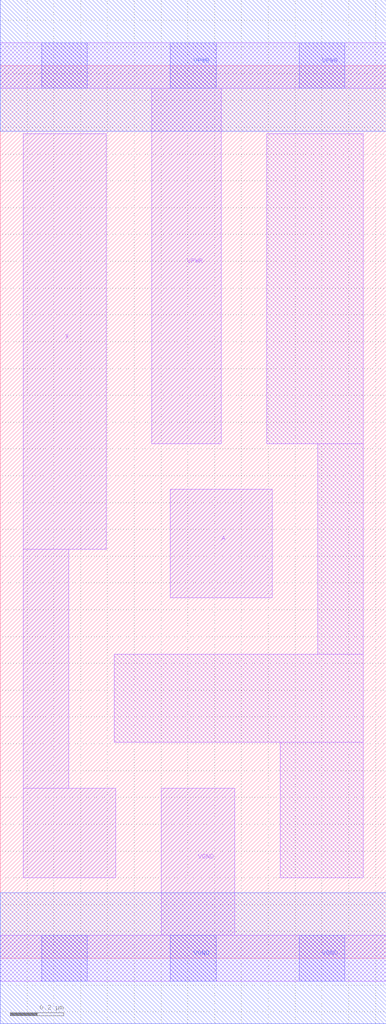
<source format=lef>
# Copyright 2020 The SkyWater PDK Authors
#
# Licensed under the Apache License, Version 2.0 (the "License");
# you may not use this file except in compliance with the License.
# You may obtain a copy of the License at
#
#     https://www.apache.org/licenses/LICENSE-2.0
#
# Unless required by applicable law or agreed to in writing, software
# distributed under the License is distributed on an "AS IS" BASIS,
# WITHOUT WARRANTIES OR CONDITIONS OF ANY KIND, either express or implied.
# See the License for the specific language governing permissions and
# limitations under the License.
#
# SPDX-License-Identifier: Apache-2.0

VERSION 5.7 ;
  NAMESCASESENSITIVE ON ;
  NOWIREEXTENSIONATPIN ON ;
  DIVIDERCHAR "/" ;
  BUSBITCHARS "[]" ;
UNITS
  DATABASE MICRONS 200 ;
END UNITS
MACRO sky130_fd_sc_lp__clkbuf_1
  CLASS CORE ;
  SOURCE USER ;
  FOREIGN sky130_fd_sc_lp__clkbuf_1 ;
  ORIGIN  0.000000  0.000000 ;
  SIZE  1.440000 BY  3.330000 ;
  SYMMETRY X Y R90 ;
  SITE unit ;
  PIN A
    ANTENNAGATEAREA  0.252000 ;
    DIRECTION INPUT ;
    USE SIGNAL ;
    PORT
      LAYER li1 ;
        RECT 0.635000 1.345000 1.015000 1.750000 ;
    END
  END A
  PIN X
    ANTENNADIFFAREA  0.445200 ;
    DIRECTION OUTPUT ;
    USE SIGNAL ;
    PORT
      LAYER li1 ;
        RECT 0.085000 0.300000 0.430000 0.635000 ;
        RECT 0.085000 0.635000 0.255000 1.525000 ;
        RECT 0.085000 1.525000 0.395000 3.075000 ;
    END
  END X
  PIN VGND
    DIRECTION INOUT ;
    USE GROUND ;
    PORT
      LAYER li1 ;
        RECT 0.000000 -0.085000 1.440000 0.085000 ;
        RECT 0.600000  0.085000 0.875000 0.635000 ;
      LAYER mcon ;
        RECT 0.155000 -0.085000 0.325000 0.085000 ;
        RECT 0.635000 -0.085000 0.805000 0.085000 ;
        RECT 1.115000 -0.085000 1.285000 0.085000 ;
      LAYER met1 ;
        RECT 0.000000 -0.245000 1.440000 0.245000 ;
    END
  END VGND
  PIN VPWR
    DIRECTION INOUT ;
    USE POWER ;
    PORT
      LAYER li1 ;
        RECT 0.000000 3.245000 1.440000 3.415000 ;
        RECT 0.565000 1.920000 0.825000 3.245000 ;
      LAYER mcon ;
        RECT 0.155000 3.245000 0.325000 3.415000 ;
        RECT 0.635000 3.245000 0.805000 3.415000 ;
        RECT 1.115000 3.245000 1.285000 3.415000 ;
      LAYER met1 ;
        RECT 0.000000 3.085000 1.440000 3.575000 ;
    END
  END VPWR
  OBS
    LAYER li1 ;
      RECT 0.425000 0.805000 1.355000 1.135000 ;
      RECT 0.995000 1.920000 1.355000 3.075000 ;
      RECT 1.045000 0.300000 1.355000 0.805000 ;
      RECT 1.185000 1.135000 1.355000 1.920000 ;
  END
END sky130_fd_sc_lp__clkbuf_1

</source>
